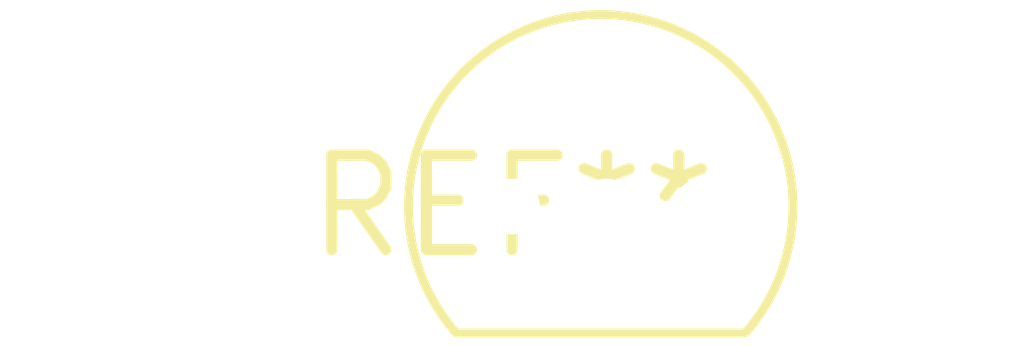
<source format=kicad_pcb>
(kicad_pcb (version 20240108) (generator pcbnew)
  (layers (0 "F.Cu" signal) (31 "B.Cu" signal) (34 "B.Paste" user) (35 "F.Paste" user) (36 "B.SilkS" user "B.Silkscreen") (37 "F.SilkS" user "F.Silkscreen") (38 "B.Mask" user) (39 "F.Mask" user) (44 "Edge.Cuts" user))
  (net 0 "")
  (footprint "TO-92L_Inline" (layer "F.Cu") (at 0 0)
    (property "Reference" "REF**")
    (property "Value" "TO-92L_Inline")
    (fp_line (start -0.75 1.7) (end 3.1 1.7) (layer "F.SilkS") (stroke (width 0.12)))
    (fp_arc (start -0.75 1.7) (mid 1.183448 -2.579449) (end 3.138611 1.690122) (layer "F.SilkS") (stroke (width 0.12)))
    (pad "1" thru_hole rect (at 0 0) (size 1.05 1.5) (drill 0.75) (layers *.Cu *.Mask) (remove_unused_layers))
    (pad "2" thru_hole oval (at 1.27 0) (size 1.05 1.5) (drill 0.75) (layers *.Cu *.Mask) (remove_unused_layers))
    (pad "3" thru_hole oval (at 2.54 0) (size 1.05 1.5) (drill 0.75) (layers *.Cu *.Mask) (remove_unused_layers))
  )
)
</source>
